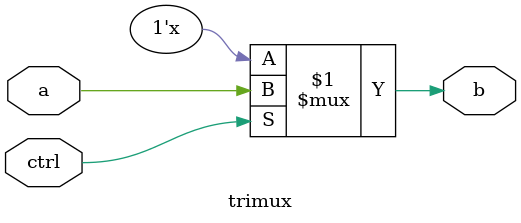
<source format=v>
`timescale 1ns / 1ps


module trimux(
    input a,ctrl,
    output b
    );
    bufif1(b,a,ctrl);
endmodule

</source>
